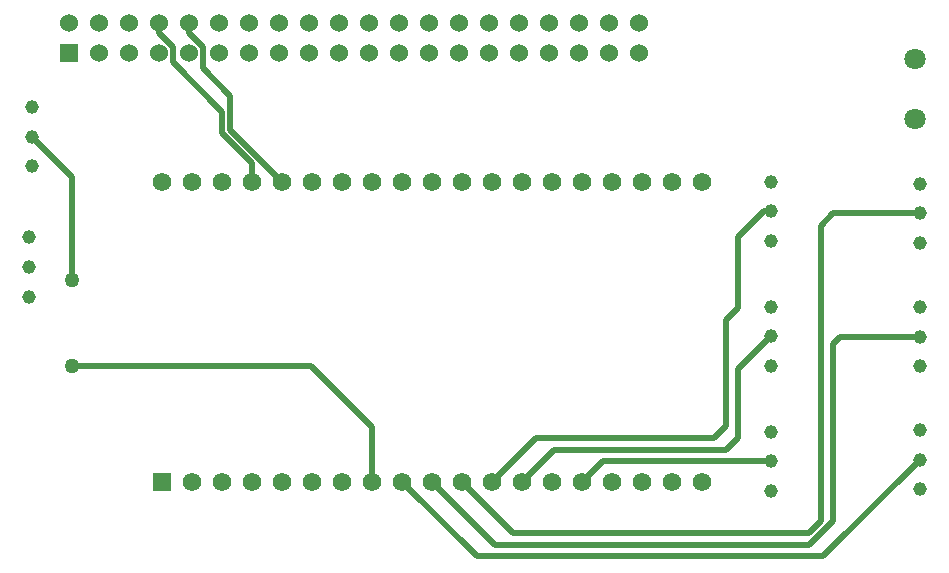
<source format=gbr>
G04 EAGLE Gerber RS-274X export*
G75*
%MOMM*%
%FSLAX34Y34*%
%LPD*%
%INBottom Copper*%
%IPPOS*%
%AMOC8*
5,1,8,0,0,1.08239X$1,22.5*%
G01*
G04 Define Apertures*
%ADD10C,1.148000*%
%ADD11C,1.800000*%
%ADD12C,1.260000*%
%ADD13R,1.524000X1.524000*%
%ADD14C,1.524000*%
%ADD15R,1.560000X1.560000*%
%ADD16C,1.560000*%
%ADD17C,0.508000*%
D10*
X52200Y420100D03*
X52200Y445100D03*
X52200Y470100D03*
D11*
X799500Y511200D03*
X799500Y460400D03*
D12*
X86000Y323600D03*
X86000Y251200D03*
D10*
X677800Y195600D03*
X677800Y170600D03*
X677800Y145600D03*
X677800Y301300D03*
X677800Y276300D03*
X677800Y251300D03*
X677800Y407000D03*
X677800Y382000D03*
X677800Y357000D03*
X803800Y146700D03*
X803800Y171700D03*
X803800Y196700D03*
X803800Y251000D03*
X803800Y276000D03*
X803800Y301000D03*
X803800Y355300D03*
X803800Y380300D03*
X803800Y405300D03*
D13*
X83700Y516252D03*
D14*
X83566Y541670D03*
X108966Y516270D03*
X108966Y541670D03*
X134366Y516270D03*
X134366Y541670D03*
X159766Y516270D03*
X159766Y541670D03*
X185166Y516270D03*
X185166Y541670D03*
X210566Y516270D03*
X210566Y541670D03*
X235966Y516270D03*
X235966Y541670D03*
X261366Y516270D03*
X261366Y541670D03*
X286766Y516270D03*
X286766Y541670D03*
X312166Y516270D03*
X312166Y541670D03*
X337566Y516270D03*
X337566Y541670D03*
X362966Y516270D03*
X362966Y541670D03*
X388366Y516270D03*
X388366Y541670D03*
X413766Y516270D03*
X413766Y541670D03*
X439166Y516270D03*
X439166Y541670D03*
X464566Y516270D03*
X464566Y541670D03*
X489966Y516270D03*
X489966Y541670D03*
X515366Y516270D03*
X515366Y541670D03*
X540766Y516270D03*
X540766Y541670D03*
X566166Y516270D03*
X566166Y541670D03*
D10*
X50000Y310000D03*
X50000Y335000D03*
X50000Y360000D03*
D15*
X162400Y153000D03*
D16*
X187800Y153000D03*
X619600Y153000D03*
X213200Y153000D03*
X238600Y153000D03*
X264000Y153000D03*
X289400Y153000D03*
X314800Y153000D03*
X340200Y153000D03*
X365600Y153000D03*
X391000Y153000D03*
X416400Y153000D03*
X441800Y153000D03*
X467200Y153000D03*
X492600Y153000D03*
X518000Y153000D03*
X543400Y153000D03*
X568800Y153000D03*
X594200Y153000D03*
X162400Y407000D03*
X187800Y407000D03*
X213200Y407000D03*
X238600Y407000D03*
X264000Y407000D03*
X289400Y407000D03*
X314800Y407000D03*
X340200Y407000D03*
X365600Y407000D03*
X391000Y407000D03*
X416400Y407000D03*
X441800Y407000D03*
X467200Y407000D03*
X492600Y407000D03*
X518000Y407000D03*
X543400Y407000D03*
X568800Y407000D03*
X594200Y407000D03*
X619600Y407000D03*
D17*
X86000Y411300D02*
X86000Y323600D01*
X86000Y411300D02*
X52200Y445100D01*
X640000Y290000D02*
X650000Y300000D01*
X650000Y360000D01*
X672000Y382000D01*
X677800Y382000D01*
X478800Y190000D02*
X441800Y153000D01*
X478800Y190000D02*
X630000Y190000D01*
X640000Y200000D01*
X640000Y290000D01*
X494200Y180000D02*
X467200Y153000D01*
X494200Y180000D02*
X640000Y180000D01*
X650000Y190000D01*
X650000Y248500D01*
X677800Y276300D01*
X535600Y170600D02*
X518000Y153000D01*
X535600Y170600D02*
X677800Y170600D01*
X428600Y90000D02*
X365600Y153000D01*
X428600Y90000D02*
X722100Y90000D01*
X803800Y171700D01*
X444000Y100000D02*
X391000Y153000D01*
X444000Y100000D02*
X710000Y100000D01*
X730000Y120000D01*
X730000Y270000D01*
X736000Y276000D01*
X803800Y276000D01*
X459400Y110000D02*
X416400Y153000D01*
X459400Y110000D02*
X710000Y110000D01*
X720000Y120000D01*
X720000Y370000D01*
X730300Y380300D01*
X803800Y380300D01*
X288800Y251200D02*
X86000Y251200D01*
X288800Y251200D02*
X340200Y199800D01*
X340200Y153000D01*
X159766Y532794D02*
X159766Y541670D01*
X171450Y521110D02*
X171450Y508550D01*
X171450Y521110D02*
X159766Y532794D01*
X238600Y423061D02*
X238600Y407000D01*
X238600Y423061D02*
X213396Y448265D01*
X213396Y466604D01*
X171450Y508550D01*
X220000Y451000D02*
X264000Y407000D01*
X220000Y451000D02*
X220000Y480000D01*
X196850Y503150D01*
X185166Y532794D02*
X185166Y541670D01*
X196850Y521110D02*
X196850Y503150D01*
X196850Y521110D02*
X185166Y532794D01*
M02*

</source>
